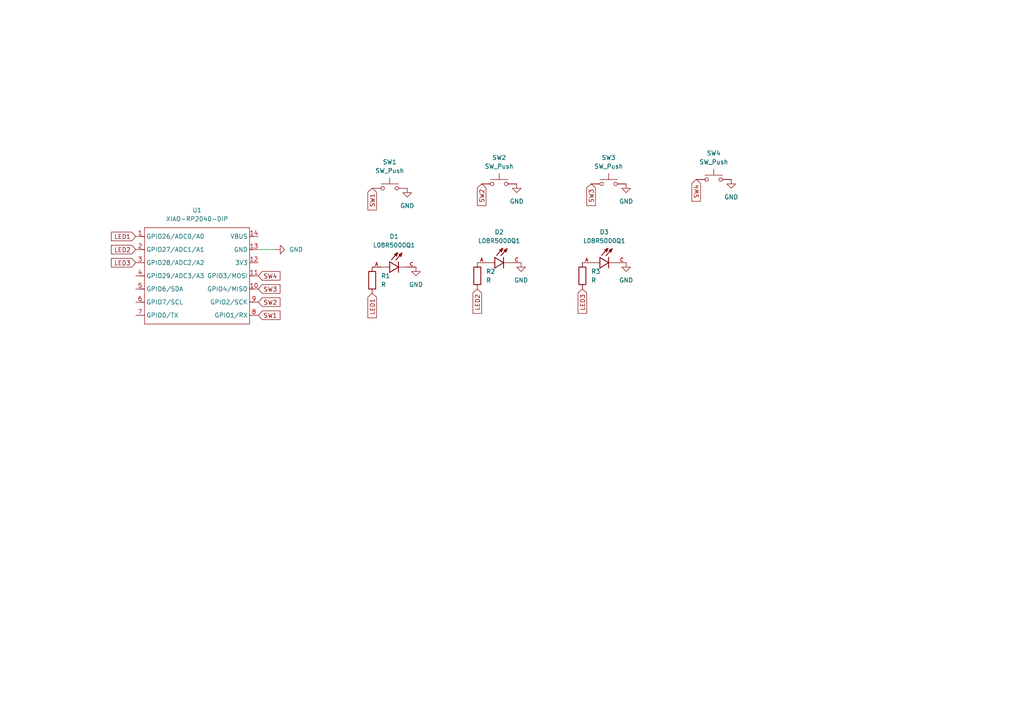
<source format=kicad_sch>
(kicad_sch
	(version 20250114)
	(generator "eeschema")
	(generator_version "9.0")
	(uuid "d36127a4-3edd-4fa1-955e-2e6c55d898d1")
	(paper "A4")
	(lib_symbols
		(symbol "Device:R"
			(pin_numbers
				(hide yes)
			)
			(pin_names
				(offset 0)
			)
			(exclude_from_sim no)
			(in_bom yes)
			(on_board yes)
			(property "Reference" "R"
				(at 2.032 0 90)
				(effects
					(font
						(size 1.27 1.27)
					)
				)
			)
			(property "Value" "R"
				(at 0 0 90)
				(effects
					(font
						(size 1.27 1.27)
					)
				)
			)
			(property "Footprint" ""
				(at -1.778 0 90)
				(effects
					(font
						(size 1.27 1.27)
					)
					(hide yes)
				)
			)
			(property "Datasheet" "~"
				(at 0 0 0)
				(effects
					(font
						(size 1.27 1.27)
					)
					(hide yes)
				)
			)
			(property "Description" "Resistor"
				(at 0 0 0)
				(effects
					(font
						(size 1.27 1.27)
					)
					(hide yes)
				)
			)
			(property "ki_keywords" "R res resistor"
				(at 0 0 0)
				(effects
					(font
						(size 1.27 1.27)
					)
					(hide yes)
				)
			)
			(property "ki_fp_filters" "R_*"
				(at 0 0 0)
				(effects
					(font
						(size 1.27 1.27)
					)
					(hide yes)
				)
			)
			(symbol "R_0_1"
				(rectangle
					(start -1.016 -2.54)
					(end 1.016 2.54)
					(stroke
						(width 0.254)
						(type default)
					)
					(fill
						(type none)
					)
				)
			)
			(symbol "R_1_1"
				(pin passive line
					(at 0 3.81 270)
					(length 1.27)
					(name "~"
						(effects
							(font
								(size 1.27 1.27)
							)
						)
					)
					(number "1"
						(effects
							(font
								(size 1.27 1.27)
							)
						)
					)
				)
				(pin passive line
					(at 0 -3.81 90)
					(length 1.27)
					(name "~"
						(effects
							(font
								(size 1.27 1.27)
							)
						)
					)
					(number "2"
						(effects
							(font
								(size 1.27 1.27)
							)
						)
					)
				)
			)
			(embedded_fonts no)
		)
		(symbol "L08R5000Q1:L08R5000Q1"
			(pin_names
				(offset 1.016)
			)
			(exclude_from_sim no)
			(in_bom yes)
			(on_board yes)
			(property "Reference" "D"
				(at -3.0988 4.4958 0)
				(effects
					(font
						(size 1.27 1.27)
					)
					(justify left bottom)
				)
			)
			(property "Value" "L08R5000Q1"
				(at -3.556 -3.302 0)
				(effects
					(font
						(size 1.27 1.27)
					)
					(justify left bottom)
				)
			)
			(property "Footprint" "L08R5000Q1:LEDRD254W57D500H1070"
				(at 0 0 0)
				(effects
					(font
						(size 1.27 1.27)
					)
					(justify bottom)
					(hide yes)
				)
			)
			(property "Datasheet" ""
				(at 0 0 0)
				(effects
					(font
						(size 1.27 1.27)
					)
					(hide yes)
				)
			)
			(property "Description" ""
				(at 0 0 0)
				(effects
					(font
						(size 1.27 1.27)
					)
					(hide yes)
				)
			)
			(property "MF" "LED Technology"
				(at 0 0 0)
				(effects
					(font
						(size 1.27 1.27)
					)
					(justify bottom)
					(hide yes)
				)
			)
			(property "MAXIMUM_PACKAGE_HEIGHT" "10.7mm"
				(at 0 0 0)
				(effects
					(font
						(size 1.27 1.27)
					)
					(justify bottom)
					(hide yes)
				)
			)
			(property "Package" "None"
				(at 0 0 0)
				(effects
					(font
						(size 1.27 1.27)
					)
					(justify bottom)
					(hide yes)
				)
			)
			(property "Price" "None"
				(at 0 0 0)
				(effects
					(font
						(size 1.27 1.27)
					)
					(justify bottom)
					(hide yes)
				)
			)
			(property "Check_prices" "https://www.snapeda.com/parts/L08R5000Q1/LED+Technology/view-part/?ref=eda"
				(at 0 0 0)
				(effects
					(font
						(size 1.27 1.27)
					)
					(justify bottom)
					(hide yes)
				)
			)
			(property "STANDARD" "IPC-7351B"
				(at 0 0 0)
				(effects
					(font
						(size 1.27 1.27)
					)
					(justify bottom)
					(hide yes)
				)
			)
			(property "PARTREV" "NA"
				(at 0 0 0)
				(effects
					(font
						(size 1.27 1.27)
					)
					(justify bottom)
					(hide yes)
				)
			)
			(property "SnapEDA_Link" "https://www.snapeda.com/parts/L08R5000Q1/LED+Technology/view-part/?ref=snap"
				(at 0 0 0)
				(effects
					(font
						(size 1.27 1.27)
					)
					(justify bottom)
					(hide yes)
				)
			)
			(property "MP" "L08R5000Q1"
				(at 0 0 0)
				(effects
					(font
						(size 1.27 1.27)
					)
					(justify bottom)
					(hide yes)
				)
			)
			(property "Description_1" "LED, 5MM, ORANGE; LED / Lamp Size: 5mm / T-1 3/4; LED Colour: Orange; Typ Luminous Intensity: 4.3mcd; Viewing Angle: ..."
				(at 0 0 0)
				(effects
					(font
						(size 1.27 1.27)
					)
					(justify bottom)
					(hide yes)
				)
			)
			(property "Availability" "Not in stock"
				(at 0 0 0)
				(effects
					(font
						(size 1.27 1.27)
					)
					(justify bottom)
					(hide yes)
				)
			)
			(property "MANUFACTURER" "LED TECHNOLOGY"
				(at 0 0 0)
				(effects
					(font
						(size 1.27 1.27)
					)
					(justify bottom)
					(hide yes)
				)
			)
			(symbol "L08R5000Q1_0_0"
				(polyline
					(pts
						(xy -2.54 1.524) (xy -2.54 0)
					)
					(stroke
						(width 0.254)
						(type default)
					)
					(fill
						(type none)
					)
				)
				(polyline
					(pts
						(xy -2.54 0) (xy -5.08 0)
					)
					(stroke
						(width 0.1524)
						(type default)
					)
					(fill
						(type none)
					)
				)
				(polyline
					(pts
						(xy -2.54 0) (xy -2.54 -1.524)
					)
					(stroke
						(width 0.254)
						(type default)
					)
					(fill
						(type none)
					)
				)
				(polyline
					(pts
						(xy -2.54 -1.524) (xy 0 0)
					)
					(stroke
						(width 0.254)
						(type default)
					)
					(fill
						(type none)
					)
				)
				(polyline
					(pts
						(xy -1.1176 3.683) (xy -0.2286 4.1656)
					)
					(stroke
						(width 0.254)
						(type default)
					)
					(fill
						(type none)
					)
				)
				(polyline
					(pts
						(xy -0.9398 3.6068) (xy -0.7112 3.7592)
					)
					(stroke
						(width 0.254)
						(type default)
					)
					(fill
						(type none)
					)
				)
				(polyline
					(pts
						(xy -0.5588 3.2004) (xy -1.1176 3.683)
					)
					(stroke
						(width 0.254)
						(type default)
					)
					(fill
						(type none)
					)
				)
				(polyline
					(pts
						(xy -0.5588 3.2004) (xy -0.5334 3.937)
					)
					(stroke
						(width 0.254)
						(type default)
					)
					(fill
						(type none)
					)
				)
				(polyline
					(pts
						(xy -0.5334 3.937) (xy -0.6604 3.937)
					)
					(stroke
						(width 0.254)
						(type default)
					)
					(fill
						(type none)
					)
				)
				(polyline
					(pts
						(xy -0.2286 4.1656) (xy -2.0066 2.1336)
					)
					(stroke
						(width 0.254)
						(type default)
					)
					(fill
						(type none)
					)
				)
				(polyline
					(pts
						(xy -0.2286 4.1656) (xy -0.5588 3.2004)
					)
					(stroke
						(width 0.254)
						(type default)
					)
					(fill
						(type none)
					)
				)
				(polyline
					(pts
						(xy 0 1.524) (xy 0 0)
					)
					(stroke
						(width 0.254)
						(type default)
					)
					(fill
						(type none)
					)
				)
				(polyline
					(pts
						(xy 0 0) (xy -2.54 1.524)
					)
					(stroke
						(width 0.254)
						(type default)
					)
					(fill
						(type none)
					)
				)
				(polyline
					(pts
						(xy 0 0) (xy 0 -1.524)
					)
					(stroke
						(width 0.254)
						(type default)
					)
					(fill
						(type none)
					)
				)
				(polyline
					(pts
						(xy 0.127 3.5814) (xy 1.016 4.064)
					)
					(stroke
						(width 0.254)
						(type default)
					)
					(fill
						(type none)
					)
				)
				(polyline
					(pts
						(xy 0.3048 3.5052) (xy 0.5334 3.6576)
					)
					(stroke
						(width 0.254)
						(type default)
					)
					(fill
						(type none)
					)
				)
				(polyline
					(pts
						(xy 0.6858 3.0988) (xy 0.127 3.5814)
					)
					(stroke
						(width 0.254)
						(type default)
					)
					(fill
						(type none)
					)
				)
				(polyline
					(pts
						(xy 0.6858 3.0988) (xy 0.7112 3.8354)
					)
					(stroke
						(width 0.254)
						(type default)
					)
					(fill
						(type none)
					)
				)
				(polyline
					(pts
						(xy 0.7112 3.8354) (xy 0.5842 3.8354)
					)
					(stroke
						(width 0.254)
						(type default)
					)
					(fill
						(type none)
					)
				)
				(polyline
					(pts
						(xy 1.016 4.064) (xy -0.762 2.032)
					)
					(stroke
						(width 0.254)
						(type default)
					)
					(fill
						(type none)
					)
				)
				(polyline
					(pts
						(xy 1.016 4.064) (xy 0.6858 3.0988)
					)
					(stroke
						(width 0.254)
						(type default)
					)
					(fill
						(type none)
					)
				)
				(polyline
					(pts
						(xy 2.54 0) (xy 0 0)
					)
					(stroke
						(width 0.1524)
						(type default)
					)
					(fill
						(type none)
					)
				)
				(pin passive line
					(at -7.62 0 0)
					(length 2.54)
					(name "~"
						(effects
							(font
								(size 1.016 1.016)
							)
						)
					)
					(number "A"
						(effects
							(font
								(size 1.016 1.016)
							)
						)
					)
				)
				(pin passive line
					(at 5.08 0 180)
					(length 2.54)
					(name "~"
						(effects
							(font
								(size 1.016 1.016)
							)
						)
					)
					(number "C"
						(effects
							(font
								(size 1.016 1.016)
							)
						)
					)
				)
			)
			(embedded_fonts no)
		)
		(symbol "Seeed_Studio_XIAO_Series:XIAO-RP2040-DIP"
			(exclude_from_sim no)
			(in_bom yes)
			(on_board yes)
			(property "Reference" "U"
				(at 0 0 0)
				(effects
					(font
						(size 1.27 1.27)
					)
				)
			)
			(property "Value" "XIAO-RP2040-DIP"
				(at 5.334 -1.778 0)
				(effects
					(font
						(size 1.27 1.27)
					)
				)
			)
			(property "Footprint" "Module:MOUDLE14P-XIAO-DIP-SMD"
				(at 14.478 -32.258 0)
				(effects
					(font
						(size 1.27 1.27)
					)
					(hide yes)
				)
			)
			(property "Datasheet" ""
				(at 0 0 0)
				(effects
					(font
						(size 1.27 1.27)
					)
					(hide yes)
				)
			)
			(property "Description" ""
				(at 0 0 0)
				(effects
					(font
						(size 1.27 1.27)
					)
					(hide yes)
				)
			)
			(symbol "XIAO-RP2040-DIP_1_0"
				(polyline
					(pts
						(xy -1.27 -2.54) (xy 29.21 -2.54)
					)
					(stroke
						(width 0.1524)
						(type solid)
					)
					(fill
						(type none)
					)
				)
				(polyline
					(pts
						(xy -1.27 -5.08) (xy -2.54 -5.08)
					)
					(stroke
						(width 0.1524)
						(type solid)
					)
					(fill
						(type none)
					)
				)
				(polyline
					(pts
						(xy -1.27 -5.08) (xy -1.27 -2.54)
					)
					(stroke
						(width 0.1524)
						(type solid)
					)
					(fill
						(type none)
					)
				)
				(polyline
					(pts
						(xy -1.27 -8.89) (xy -2.54 -8.89)
					)
					(stroke
						(width 0.1524)
						(type solid)
					)
					(fill
						(type none)
					)
				)
				(polyline
					(pts
						(xy -1.27 -8.89) (xy -1.27 -5.08)
					)
					(stroke
						(width 0.1524)
						(type solid)
					)
					(fill
						(type none)
					)
				)
				(polyline
					(pts
						(xy -1.27 -12.7) (xy -2.54 -12.7)
					)
					(stroke
						(width 0.1524)
						(type solid)
					)
					(fill
						(type none)
					)
				)
				(polyline
					(pts
						(xy -1.27 -12.7) (xy -1.27 -8.89)
					)
					(stroke
						(width 0.1524)
						(type solid)
					)
					(fill
						(type none)
					)
				)
				(polyline
					(pts
						(xy -1.27 -16.51) (xy -2.54 -16.51)
					)
					(stroke
						(width 0.1524)
						(type solid)
					)
					(fill
						(type none)
					)
				)
				(polyline
					(pts
						(xy -1.27 -16.51) (xy -1.27 -12.7)
					)
					(stroke
						(width 0.1524)
						(type solid)
					)
					(fill
						(type none)
					)
				)
				(polyline
					(pts
						(xy -1.27 -20.32) (xy -2.54 -20.32)
					)
					(stroke
						(width 0.1524)
						(type solid)
					)
					(fill
						(type none)
					)
				)
				(polyline
					(pts
						(xy -1.27 -24.13) (xy -2.54 -24.13)
					)
					(stroke
						(width 0.1524)
						(type solid)
					)
					(fill
						(type none)
					)
				)
				(polyline
					(pts
						(xy -1.27 -27.94) (xy -2.54 -27.94)
					)
					(stroke
						(width 0.1524)
						(type solid)
					)
					(fill
						(type none)
					)
				)
				(polyline
					(pts
						(xy -1.27 -30.48) (xy -1.27 -16.51)
					)
					(stroke
						(width 0.1524)
						(type solid)
					)
					(fill
						(type none)
					)
				)
				(polyline
					(pts
						(xy 29.21 -2.54) (xy 29.21 -5.08)
					)
					(stroke
						(width 0.1524)
						(type solid)
					)
					(fill
						(type none)
					)
				)
				(polyline
					(pts
						(xy 29.21 -5.08) (xy 29.21 -8.89)
					)
					(stroke
						(width 0.1524)
						(type solid)
					)
					(fill
						(type none)
					)
				)
				(polyline
					(pts
						(xy 29.21 -8.89) (xy 29.21 -12.7)
					)
					(stroke
						(width 0.1524)
						(type solid)
					)
					(fill
						(type none)
					)
				)
				(polyline
					(pts
						(xy 29.21 -12.7) (xy 29.21 -30.48)
					)
					(stroke
						(width 0.1524)
						(type solid)
					)
					(fill
						(type none)
					)
				)
				(polyline
					(pts
						(xy 29.21 -30.48) (xy -1.27 -30.48)
					)
					(stroke
						(width 0.1524)
						(type solid)
					)
					(fill
						(type none)
					)
				)
				(polyline
					(pts
						(xy 30.48 -5.08) (xy 29.21 -5.08)
					)
					(stroke
						(width 0.1524)
						(type solid)
					)
					(fill
						(type none)
					)
				)
				(polyline
					(pts
						(xy 30.48 -8.89) (xy 29.21 -8.89)
					)
					(stroke
						(width 0.1524)
						(type solid)
					)
					(fill
						(type none)
					)
				)
				(polyline
					(pts
						(xy 30.48 -12.7) (xy 29.21 -12.7)
					)
					(stroke
						(width 0.1524)
						(type solid)
					)
					(fill
						(type none)
					)
				)
				(polyline
					(pts
						(xy 30.48 -16.51) (xy 29.21 -16.51)
					)
					(stroke
						(width 0.1524)
						(type solid)
					)
					(fill
						(type none)
					)
				)
				(polyline
					(pts
						(xy 30.48 -20.32) (xy 29.21 -20.32)
					)
					(stroke
						(width 0.1524)
						(type solid)
					)
					(fill
						(type none)
					)
				)
				(polyline
					(pts
						(xy 30.48 -24.13) (xy 29.21 -24.13)
					)
					(stroke
						(width 0.1524)
						(type solid)
					)
					(fill
						(type none)
					)
				)
				(polyline
					(pts
						(xy 30.48 -27.94) (xy 29.21 -27.94)
					)
					(stroke
						(width 0.1524)
						(type solid)
					)
					(fill
						(type none)
					)
				)
				(pin passive line
					(at -3.81 -5.08 0)
					(length 2.54)
					(name "GPIO26/ADC0/A0"
						(effects
							(font
								(size 1.27 1.27)
							)
						)
					)
					(number "1"
						(effects
							(font
								(size 1.27 1.27)
							)
						)
					)
				)
				(pin passive line
					(at -3.81 -8.89 0)
					(length 2.54)
					(name "GPIO27/ADC1/A1"
						(effects
							(font
								(size 1.27 1.27)
							)
						)
					)
					(number "2"
						(effects
							(font
								(size 1.27 1.27)
							)
						)
					)
				)
				(pin passive line
					(at -3.81 -12.7 0)
					(length 2.54)
					(name "GPIO28/ADC2/A2"
						(effects
							(font
								(size 1.27 1.27)
							)
						)
					)
					(number "3"
						(effects
							(font
								(size 1.27 1.27)
							)
						)
					)
				)
				(pin passive line
					(at -3.81 -16.51 0)
					(length 2.54)
					(name "GPIO29/ADC3/A3"
						(effects
							(font
								(size 1.27 1.27)
							)
						)
					)
					(number "4"
						(effects
							(font
								(size 1.27 1.27)
							)
						)
					)
				)
				(pin passive line
					(at -3.81 -20.32 0)
					(length 2.54)
					(name "GPIO6/SDA"
						(effects
							(font
								(size 1.27 1.27)
							)
						)
					)
					(number "5"
						(effects
							(font
								(size 1.27 1.27)
							)
						)
					)
				)
				(pin passive line
					(at -3.81 -24.13 0)
					(length 2.54)
					(name "GPIO7/SCL"
						(effects
							(font
								(size 1.27 1.27)
							)
						)
					)
					(number "6"
						(effects
							(font
								(size 1.27 1.27)
							)
						)
					)
				)
				(pin passive line
					(at -3.81 -27.94 0)
					(length 2.54)
					(name "GPIO0/TX"
						(effects
							(font
								(size 1.27 1.27)
							)
						)
					)
					(number "7"
						(effects
							(font
								(size 1.27 1.27)
							)
						)
					)
				)
				(pin passive line
					(at 31.75 -5.08 180)
					(length 2.54)
					(name "VBUS"
						(effects
							(font
								(size 1.27 1.27)
							)
						)
					)
					(number "14"
						(effects
							(font
								(size 1.27 1.27)
							)
						)
					)
				)
				(pin passive line
					(at 31.75 -8.89 180)
					(length 2.54)
					(name "GND"
						(effects
							(font
								(size 1.27 1.27)
							)
						)
					)
					(number "13"
						(effects
							(font
								(size 1.27 1.27)
							)
						)
					)
				)
				(pin passive line
					(at 31.75 -12.7 180)
					(length 2.54)
					(name "3V3"
						(effects
							(font
								(size 1.27 1.27)
							)
						)
					)
					(number "12"
						(effects
							(font
								(size 1.27 1.27)
							)
						)
					)
				)
				(pin passive line
					(at 31.75 -16.51 180)
					(length 2.54)
					(name "GPIO3/MOSI"
						(effects
							(font
								(size 1.27 1.27)
							)
						)
					)
					(number "11"
						(effects
							(font
								(size 1.27 1.27)
							)
						)
					)
				)
				(pin passive line
					(at 31.75 -20.32 180)
					(length 2.54)
					(name "GPIO4/MISO"
						(effects
							(font
								(size 1.27 1.27)
							)
						)
					)
					(number "10"
						(effects
							(font
								(size 1.27 1.27)
							)
						)
					)
				)
				(pin passive line
					(at 31.75 -24.13 180)
					(length 2.54)
					(name "GPIO2/SCK"
						(effects
							(font
								(size 1.27 1.27)
							)
						)
					)
					(number "9"
						(effects
							(font
								(size 1.27 1.27)
							)
						)
					)
				)
				(pin passive line
					(at 31.75 -27.94 180)
					(length 2.54)
					(name "GPIO1/RX"
						(effects
							(font
								(size 1.27 1.27)
							)
						)
					)
					(number "8"
						(effects
							(font
								(size 1.27 1.27)
							)
						)
					)
				)
			)
			(embedded_fonts no)
		)
		(symbol "Switch:SW_Push"
			(pin_numbers
				(hide yes)
			)
			(pin_names
				(offset 1.016)
				(hide yes)
			)
			(exclude_from_sim no)
			(in_bom yes)
			(on_board yes)
			(property "Reference" "SW"
				(at 1.27 2.54 0)
				(effects
					(font
						(size 1.27 1.27)
					)
					(justify left)
				)
			)
			(property "Value" "SW_Push"
				(at 0 -1.524 0)
				(effects
					(font
						(size 1.27 1.27)
					)
				)
			)
			(property "Footprint" ""
				(at 0 5.08 0)
				(effects
					(font
						(size 1.27 1.27)
					)
					(hide yes)
				)
			)
			(property "Datasheet" "~"
				(at 0 5.08 0)
				(effects
					(font
						(size 1.27 1.27)
					)
					(hide yes)
				)
			)
			(property "Description" "Push button switch, generic, two pins"
				(at 0 0 0)
				(effects
					(font
						(size 1.27 1.27)
					)
					(hide yes)
				)
			)
			(property "ki_keywords" "switch normally-open pushbutton push-button"
				(at 0 0 0)
				(effects
					(font
						(size 1.27 1.27)
					)
					(hide yes)
				)
			)
			(symbol "SW_Push_0_1"
				(circle
					(center -2.032 0)
					(radius 0.508)
					(stroke
						(width 0)
						(type default)
					)
					(fill
						(type none)
					)
				)
				(polyline
					(pts
						(xy 0 1.27) (xy 0 3.048)
					)
					(stroke
						(width 0)
						(type default)
					)
					(fill
						(type none)
					)
				)
				(circle
					(center 2.032 0)
					(radius 0.508)
					(stroke
						(width 0)
						(type default)
					)
					(fill
						(type none)
					)
				)
				(polyline
					(pts
						(xy 2.54 1.27) (xy -2.54 1.27)
					)
					(stroke
						(width 0)
						(type default)
					)
					(fill
						(type none)
					)
				)
				(pin passive line
					(at -5.08 0 0)
					(length 2.54)
					(name "1"
						(effects
							(font
								(size 1.27 1.27)
							)
						)
					)
					(number "1"
						(effects
							(font
								(size 1.27 1.27)
							)
						)
					)
				)
				(pin passive line
					(at 5.08 0 180)
					(length 2.54)
					(name "2"
						(effects
							(font
								(size 1.27 1.27)
							)
						)
					)
					(number "2"
						(effects
							(font
								(size 1.27 1.27)
							)
						)
					)
				)
			)
			(embedded_fonts no)
		)
		(symbol "power:GND"
			(power)
			(pin_numbers
				(hide yes)
			)
			(pin_names
				(offset 0)
				(hide yes)
			)
			(exclude_from_sim no)
			(in_bom yes)
			(on_board yes)
			(property "Reference" "#PWR"
				(at 0 -6.35 0)
				(effects
					(font
						(size 1.27 1.27)
					)
					(hide yes)
				)
			)
			(property "Value" "GND"
				(at 0 -3.81 0)
				(effects
					(font
						(size 1.27 1.27)
					)
				)
			)
			(property "Footprint" ""
				(at 0 0 0)
				(effects
					(font
						(size 1.27 1.27)
					)
					(hide yes)
				)
			)
			(property "Datasheet" ""
				(at 0 0 0)
				(effects
					(font
						(size 1.27 1.27)
					)
					(hide yes)
				)
			)
			(property "Description" "Power symbol creates a global label with name \"GND\" , ground"
				(at 0 0 0)
				(effects
					(font
						(size 1.27 1.27)
					)
					(hide yes)
				)
			)
			(property "ki_keywords" "global power"
				(at 0 0 0)
				(effects
					(font
						(size 1.27 1.27)
					)
					(hide yes)
				)
			)
			(symbol "GND_0_1"
				(polyline
					(pts
						(xy 0 0) (xy 0 -1.27) (xy 1.27 -1.27) (xy 0 -2.54) (xy -1.27 -1.27) (xy 0 -1.27)
					)
					(stroke
						(width 0)
						(type default)
					)
					(fill
						(type none)
					)
				)
			)
			(symbol "GND_1_1"
				(pin power_in line
					(at 0 0 270)
					(length 0)
					(name "~"
						(effects
							(font
								(size 1.27 1.27)
							)
						)
					)
					(number "1"
						(effects
							(font
								(size 1.27 1.27)
							)
						)
					)
				)
			)
			(embedded_fonts no)
		)
	)
	(wire
		(pts
			(xy 74.93 72.39) (xy 80.01 72.39)
		)
		(stroke
			(width 0)
			(type default)
		)
		(uuid "95e27734-c3e1-4b06-9a31-85dd50e4f60e")
	)
	(global_label "LED1"
		(shape input)
		(at 107.95 85.09 270)
		(fields_autoplaced yes)
		(effects
			(font
				(size 1.27 1.27)
			)
			(justify right)
		)
		(uuid "1abae6c5-4975-4c04-b0de-6923e9fe6626")
		(property "Intersheetrefs" "${INTERSHEET_REFS}"
			(at 107.95 92.7318 90)
			(effects
				(font
					(size 1.27 1.27)
				)
				(justify right)
				(hide yes)
			)
		)
	)
	(global_label "LED3"
		(shape input)
		(at 168.91 83.82 270)
		(fields_autoplaced yes)
		(effects
			(font
				(size 1.27 1.27)
			)
			(justify right)
		)
		(uuid "3441dd53-c1b9-4917-b889-244981e93c0a")
		(property "Intersheetrefs" "${INTERSHEET_REFS}"
			(at 168.91 91.4618 90)
			(effects
				(font
					(size 1.27 1.27)
				)
				(justify right)
				(hide yes)
			)
		)
	)
	(global_label "SW2"
		(shape input)
		(at 139.7 53.34 270)
		(fields_autoplaced yes)
		(effects
			(font
				(size 1.27 1.27)
			)
			(justify right)
		)
		(uuid "35e91c00-2132-4d61-b77e-6cc51b3480e2")
		(property "Intersheetrefs" "${INTERSHEET_REFS}"
			(at 139.7 60.1956 90)
			(effects
				(font
					(size 1.27 1.27)
				)
				(justify right)
				(hide yes)
			)
		)
	)
	(global_label "SW4"
		(shape input)
		(at 201.93 52.07 270)
		(fields_autoplaced yes)
		(effects
			(font
				(size 1.27 1.27)
			)
			(justify right)
		)
		(uuid "45748f57-4ea8-499c-9e3f-b8383f0cda37")
		(property "Intersheetrefs" "${INTERSHEET_REFS}"
			(at 201.93 58.9256 90)
			(effects
				(font
					(size 1.27 1.27)
				)
				(justify right)
				(hide yes)
			)
		)
	)
	(global_label "LED2"
		(shape input)
		(at 138.43 83.82 270)
		(fields_autoplaced yes)
		(effects
			(font
				(size 1.27 1.27)
			)
			(justify right)
		)
		(uuid "4c2b0262-844d-4114-85c1-9a846ee90933")
		(property "Intersheetrefs" "${INTERSHEET_REFS}"
			(at 138.43 91.4618 90)
			(effects
				(font
					(size 1.27 1.27)
				)
				(justify right)
				(hide yes)
			)
		)
	)
	(global_label "LED1"
		(shape input)
		(at 39.37 68.58 180)
		(fields_autoplaced yes)
		(effects
			(font
				(size 1.27 1.27)
			)
			(justify right)
		)
		(uuid "518bc676-088d-4026-beb0-a0459da531df")
		(property "Intersheetrefs" "${INTERSHEET_REFS}"
			(at 31.7282 68.58 0)
			(effects
				(font
					(size 1.27 1.27)
				)
				(justify right)
				(hide yes)
			)
		)
	)
	(global_label "LED2"
		(shape input)
		(at 39.37 72.39 180)
		(fields_autoplaced yes)
		(effects
			(font
				(size 1.27 1.27)
			)
			(justify right)
		)
		(uuid "6a43bcd1-df37-489e-987f-56493711b3c3")
		(property "Intersheetrefs" "${INTERSHEET_REFS}"
			(at 31.7282 72.39 0)
			(effects
				(font
					(size 1.27 1.27)
				)
				(justify right)
				(hide yes)
			)
		)
	)
	(global_label "SW3"
		(shape input)
		(at 171.45 53.34 270)
		(fields_autoplaced yes)
		(effects
			(font
				(size 1.27 1.27)
			)
			(justify right)
		)
		(uuid "6f65a2ec-f44a-47f4-8f80-b134a93072e5")
		(property "Intersheetrefs" "${INTERSHEET_REFS}"
			(at 171.45 60.1956 90)
			(effects
				(font
					(size 1.27 1.27)
				)
				(justify right)
				(hide yes)
			)
		)
	)
	(global_label "SW4"
		(shape input)
		(at 74.93 80.01 0)
		(fields_autoplaced yes)
		(effects
			(font
				(size 1.27 1.27)
			)
			(justify left)
		)
		(uuid "706d7a18-3a42-4fa2-9d0b-88c84238df49")
		(property "Intersheetrefs" "${INTERSHEET_REFS}"
			(at 81.7856 80.01 0)
			(effects
				(font
					(size 1.27 1.27)
				)
				(justify left)
				(hide yes)
			)
		)
	)
	(global_label "SW1"
		(shape input)
		(at 107.95 54.61 270)
		(fields_autoplaced yes)
		(effects
			(font
				(size 1.27 1.27)
			)
			(justify right)
		)
		(uuid "7f6670b3-0701-4ba0-892b-42fd44100cb9")
		(property "Intersheetrefs" "${INTERSHEET_REFS}"
			(at 107.95 61.4656 90)
			(effects
				(font
					(size 1.27 1.27)
				)
				(justify right)
				(hide yes)
			)
		)
	)
	(global_label "LED3"
		(shape input)
		(at 39.37 76.2 180)
		(fields_autoplaced yes)
		(effects
			(font
				(size 1.27 1.27)
			)
			(justify right)
		)
		(uuid "9006fc7b-8ba2-4f47-807d-ed3f134253ac")
		(property "Intersheetrefs" "${INTERSHEET_REFS}"
			(at 31.7282 76.2 0)
			(effects
				(font
					(size 1.27 1.27)
				)
				(justify right)
				(hide yes)
			)
		)
	)
	(global_label "SW3"
		(shape input)
		(at 74.93 83.82 0)
		(fields_autoplaced yes)
		(effects
			(font
				(size 1.27 1.27)
			)
			(justify left)
		)
		(uuid "ac169c4a-0df4-464e-96a4-c9515506ba8d")
		(property "Intersheetrefs" "${INTERSHEET_REFS}"
			(at 81.7856 83.82 0)
			(effects
				(font
					(size 1.27 1.27)
				)
				(justify left)
				(hide yes)
			)
		)
	)
	(global_label "SW2"
		(shape input)
		(at 74.93 87.63 0)
		(fields_autoplaced yes)
		(effects
			(font
				(size 1.27 1.27)
			)
			(justify left)
		)
		(uuid "c19c547b-5f59-485f-9938-7f5109baa7c5")
		(property "Intersheetrefs" "${INTERSHEET_REFS}"
			(at 81.7856 87.63 0)
			(effects
				(font
					(size 1.27 1.27)
				)
				(justify left)
				(hide yes)
			)
		)
	)
	(global_label "SW1"
		(shape input)
		(at 74.93 91.44 0)
		(fields_autoplaced yes)
		(effects
			(font
				(size 1.27 1.27)
			)
			(justify left)
		)
		(uuid "e95a9c34-a34b-437a-a01c-f2dce7985127")
		(property "Intersheetrefs" "${INTERSHEET_REFS}"
			(at 81.7856 91.44 0)
			(effects
				(font
					(size 1.27 1.27)
				)
				(justify left)
				(hide yes)
			)
		)
	)
	(symbol
		(lib_id "power:GND")
		(at 80.01 72.39 90)
		(unit 1)
		(exclude_from_sim no)
		(in_bom yes)
		(on_board yes)
		(dnp no)
		(fields_autoplaced yes)
		(uuid "0a15adfc-66b6-4498-9c02-52235421d45a")
		(property "Reference" "#PWR09"
			(at 86.36 72.39 0)
			(effects
				(font
					(size 1.27 1.27)
				)
				(hide yes)
			)
		)
		(property "Value" "GND"
			(at 83.82 72.3899 90)
			(effects
				(font
					(size 1.27 1.27)
				)
				(justify right)
			)
		)
		(property "Footprint" ""
			(at 80.01 72.39 0)
			(effects
				(font
					(size 1.27 1.27)
				)
				(hide yes)
			)
		)
		(property "Datasheet" ""
			(at 80.01 72.39 0)
			(effects
				(font
					(size 1.27 1.27)
				)
				(hide yes)
			)
		)
		(property "Description" "Power symbol creates a global label with name \"GND\" , ground"
			(at 80.01 72.39 0)
			(effects
				(font
					(size 1.27 1.27)
				)
				(hide yes)
			)
		)
		(pin "1"
			(uuid "6ca8ee10-7e41-4291-bc69-2cfcf727fd1c")
		)
		(instances
			(project ""
				(path "/d36127a4-3edd-4fa1-955e-2e6c55d898d1"
					(reference "#PWR09")
					(unit 1)
				)
			)
		)
	)
	(symbol
		(lib_id "power:GND")
		(at 120.65 77.47 0)
		(unit 1)
		(exclude_from_sim no)
		(in_bom yes)
		(on_board yes)
		(dnp no)
		(fields_autoplaced yes)
		(uuid "33dfa8ee-3beb-4509-a221-5384b48c3486")
		(property "Reference" "#PWR01"
			(at 120.65 83.82 0)
			(effects
				(font
					(size 1.27 1.27)
				)
				(hide yes)
			)
		)
		(property "Value" "GND"
			(at 120.65 82.55 0)
			(effects
				(font
					(size 1.27 1.27)
				)
			)
		)
		(property "Footprint" ""
			(at 120.65 77.47 0)
			(effects
				(font
					(size 1.27 1.27)
				)
				(hide yes)
			)
		)
		(property "Datasheet" ""
			(at 120.65 77.47 0)
			(effects
				(font
					(size 1.27 1.27)
				)
				(hide yes)
			)
		)
		(property "Description" "Power symbol creates a global label with name \"GND\" , ground"
			(at 120.65 77.47 0)
			(effects
				(font
					(size 1.27 1.27)
				)
				(hide yes)
			)
		)
		(pin "1"
			(uuid "b0b8b5b9-5674-42c8-b494-3519f2538565")
		)
		(instances
			(project ""
				(path "/d36127a4-3edd-4fa1-955e-2e6c55d898d1"
					(reference "#PWR01")
					(unit 1)
				)
			)
		)
	)
	(symbol
		(lib_id "L08R5000Q1:L08R5000Q1")
		(at 115.57 77.47 0)
		(unit 1)
		(exclude_from_sim no)
		(in_bom yes)
		(on_board yes)
		(dnp no)
		(fields_autoplaced yes)
		(uuid "391c1041-fdf1-4085-861f-3910072e2cb0")
		(property "Reference" "D1"
			(at 114.3 68.58 0)
			(effects
				(font
					(size 1.27 1.27)
				)
			)
		)
		(property "Value" "L08R5000Q1"
			(at 114.3 71.12 0)
			(effects
				(font
					(size 1.27 1.27)
				)
			)
		)
		(property "Footprint" "footprints:LEDRD254W57D500H1070"
			(at 115.57 77.47 0)
			(effects
				(font
					(size 1.27 1.27)
				)
				(justify bottom)
				(hide yes)
			)
		)
		(property "Datasheet" ""
			(at 115.57 77.47 0)
			(effects
				(font
					(size 1.27 1.27)
				)
				(hide yes)
			)
		)
		(property "Description" ""
			(at 115.57 77.47 0)
			(effects
				(font
					(size 1.27 1.27)
				)
				(hide yes)
			)
		)
		(property "MF" "LED Technology"
			(at 115.57 77.47 0)
			(effects
				(font
					(size 1.27 1.27)
				)
				(justify bottom)
				(hide yes)
			)
		)
		(property "MAXIMUM_PACKAGE_HEIGHT" "10.7mm"
			(at 115.57 77.47 0)
			(effects
				(font
					(size 1.27 1.27)
				)
				(justify bottom)
				(hide yes)
			)
		)
		(property "Package" "None"
			(at 115.57 77.47 0)
			(effects
				(font
					(size 1.27 1.27)
				)
				(justify bottom)
				(hide yes)
			)
		)
		(property "Price" "None"
			(at 115.57 77.47 0)
			(effects
				(font
					(size 1.27 1.27)
				)
				(justify bottom)
				(hide yes)
			)
		)
		(property "Check_prices" "https://www.snapeda.com/parts/L08R5000Q1/LED+Technology/view-part/?ref=eda"
			(at 115.57 77.47 0)
			(effects
				(font
					(size 1.27 1.27)
				)
				(justify bottom)
				(hide yes)
			)
		)
		(property "STANDARD" "IPC-7351B"
			(at 115.57 77.47 0)
			(effects
				(font
					(size 1.27 1.27)
				)
				(justify bottom)
				(hide yes)
			)
		)
		(property "PARTREV" "NA"
			(at 115.57 77.47 0)
			(effects
				(font
					(size 1.27 1.27)
				)
				(justify bottom)
				(hide yes)
			)
		)
		(property "SnapEDA_Link" "https://www.snapeda.com/parts/L08R5000Q1/LED+Technology/view-part/?ref=snap"
			(at 115.57 77.47 0)
			(effects
				(font
					(size 1.27 1.27)
				)
				(justify bottom)
				(hide yes)
			)
		)
		(property "MP" "L08R5000Q1"
			(at 115.57 77.47 0)
			(effects
				(font
					(size 1.27 1.27)
				)
				(justify bottom)
				(hide yes)
			)
		)
		(property "Description_1" "LED, 5MM, ORANGE; LED / Lamp Size: 5mm / T-1 3/4; LED Colour: Orange; Typ Luminous Intensity: 4.3mcd; Viewing Angle: ..."
			(at 115.57 77.47 0)
			(effects
				(font
					(size 1.27 1.27)
				)
				(justify bottom)
				(hide yes)
			)
		)
		(property "Availability" "Not in stock"
			(at 115.57 77.47 0)
			(effects
				(font
					(size 1.27 1.27)
				)
				(justify bottom)
				(hide yes)
			)
		)
		(property "MANUFACTURER" "LED TECHNOLOGY"
			(at 115.57 77.47 0)
			(effects
				(font
					(size 1.27 1.27)
				)
				(justify bottom)
				(hide yes)
			)
		)
		(pin "A"
			(uuid "06938e1f-f54f-4962-9aa5-9b2068e585d8")
		)
		(pin "C"
			(uuid "0b09a8e7-3449-4022-b551-eec96d21b477")
		)
		(instances
			(project ""
				(path "/d36127a4-3edd-4fa1-955e-2e6c55d898d1"
					(reference "D1")
					(unit 1)
				)
			)
		)
	)
	(symbol
		(lib_id "Device:R")
		(at 138.43 80.01 0)
		(unit 1)
		(exclude_from_sim no)
		(in_bom yes)
		(on_board yes)
		(dnp no)
		(fields_autoplaced yes)
		(uuid "5200d0b5-41eb-457d-82bc-f9c37a46a2af")
		(property "Reference" "R2"
			(at 140.97 78.7399 0)
			(effects
				(font
					(size 1.27 1.27)
				)
				(justify left)
			)
		)
		(property "Value" "R"
			(at 140.97 81.2799 0)
			(effects
				(font
					(size 1.27 1.27)
				)
				(justify left)
			)
		)
		(property "Footprint" "Resistor_THT:R_Axial_DIN0204_L3.6mm_D1.6mm_P5.08mm_Horizontal"
			(at 136.652 80.01 90)
			(effects
				(font
					(size 1.27 1.27)
				)
				(hide yes)
			)
		)
		(property "Datasheet" "~"
			(at 138.43 80.01 0)
			(effects
				(font
					(size 1.27 1.27)
				)
				(hide yes)
			)
		)
		(property "Description" "Resistor"
			(at 138.43 80.01 0)
			(effects
				(font
					(size 1.27 1.27)
				)
				(hide yes)
			)
		)
		(pin "1"
			(uuid "11b8b708-baa7-401c-ad00-f2b13b68e6e8")
		)
		(pin "2"
			(uuid "19b4c4a9-0b1b-42fc-a0d2-681233aa58bf")
		)
		(instances
			(project ""
				(path "/d36127a4-3edd-4fa1-955e-2e6c55d898d1"
					(reference "R2")
					(unit 1)
				)
			)
		)
	)
	(symbol
		(lib_id "Device:R")
		(at 107.95 81.28 0)
		(unit 1)
		(exclude_from_sim no)
		(in_bom yes)
		(on_board yes)
		(dnp no)
		(fields_autoplaced yes)
		(uuid "5e45a089-0637-47a9-9820-6c4ce722ae2a")
		(property "Reference" "R1"
			(at 110.49 80.0099 0)
			(effects
				(font
					(size 1.27 1.27)
				)
				(justify left)
			)
		)
		(property "Value" "R"
			(at 110.49 82.5499 0)
			(effects
				(font
					(size 1.27 1.27)
				)
				(justify left)
			)
		)
		(property "Footprint" "Resistor_THT:R_Axial_DIN0204_L3.6mm_D1.6mm_P5.08mm_Horizontal"
			(at 106.172 81.28 90)
			(effects
				(font
					(size 1.27 1.27)
				)
				(hide yes)
			)
		)
		(property "Datasheet" "~"
			(at 107.95 81.28 0)
			(effects
				(font
					(size 1.27 1.27)
				)
				(hide yes)
			)
		)
		(property "Description" "Resistor"
			(at 107.95 81.28 0)
			(effects
				(font
					(size 1.27 1.27)
				)
				(hide yes)
			)
		)
		(pin "1"
			(uuid "62441c5e-1f08-4e70-a387-6e0894357f1b")
		)
		(pin "2"
			(uuid "6616d49a-34fb-4011-a529-0d192754969c")
		)
		(instances
			(project ""
				(path "/d36127a4-3edd-4fa1-955e-2e6c55d898d1"
					(reference "R1")
					(unit 1)
				)
			)
		)
	)
	(symbol
		(lib_id "Switch:SW_Push")
		(at 113.03 54.61 0)
		(unit 1)
		(exclude_from_sim no)
		(in_bom yes)
		(on_board yes)
		(dnp no)
		(fields_autoplaced yes)
		(uuid "618c3ac2-0ba1-4a3a-b10c-3ac5961af17e")
		(property "Reference" "SW1"
			(at 113.03 46.99 0)
			(effects
				(font
					(size 1.27 1.27)
				)
			)
		)
		(property "Value" "SW_Push"
			(at 113.03 49.53 0)
			(effects
				(font
					(size 1.27 1.27)
				)
			)
		)
		(property "Footprint" "Button_Switch_Keyboard:SW_Cherry_MX_1.00u_PCB"
			(at 113.03 49.53 0)
			(effects
				(font
					(size 1.27 1.27)
				)
				(hide yes)
			)
		)
		(property "Datasheet" "~"
			(at 113.03 49.53 0)
			(effects
				(font
					(size 1.27 1.27)
				)
				(hide yes)
			)
		)
		(property "Description" "Push button switch, generic, two pins"
			(at 113.03 54.61 0)
			(effects
				(font
					(size 1.27 1.27)
				)
				(hide yes)
			)
		)
		(pin "2"
			(uuid "66817c10-8143-44f3-9f76-68821a389f82")
		)
		(pin "1"
			(uuid "4cd3049c-5b63-435b-94bc-d68a65104b65")
		)
		(instances
			(project ""
				(path "/d36127a4-3edd-4fa1-955e-2e6c55d898d1"
					(reference "SW1")
					(unit 1)
				)
			)
		)
	)
	(symbol
		(lib_id "power:GND")
		(at 181.61 76.2 0)
		(unit 1)
		(exclude_from_sim no)
		(in_bom yes)
		(on_board yes)
		(dnp no)
		(fields_autoplaced yes)
		(uuid "6cca7eb0-f00f-4b94-8646-ad8c7dc12465")
		(property "Reference" "#PWR03"
			(at 181.61 82.55 0)
			(effects
				(font
					(size 1.27 1.27)
				)
				(hide yes)
			)
		)
		(property "Value" "GND"
			(at 181.61 81.28 0)
			(effects
				(font
					(size 1.27 1.27)
				)
			)
		)
		(property "Footprint" ""
			(at 181.61 76.2 0)
			(effects
				(font
					(size 1.27 1.27)
				)
				(hide yes)
			)
		)
		(property "Datasheet" ""
			(at 181.61 76.2 0)
			(effects
				(font
					(size 1.27 1.27)
				)
				(hide yes)
			)
		)
		(property "Description" "Power symbol creates a global label with name \"GND\" , ground"
			(at 181.61 76.2 0)
			(effects
				(font
					(size 1.27 1.27)
				)
				(hide yes)
			)
		)
		(pin "1"
			(uuid "631ce995-c50c-4bf1-94f1-973db4bf9c16")
		)
		(instances
			(project "pathfinder"
				(path "/d36127a4-3edd-4fa1-955e-2e6c55d898d1"
					(reference "#PWR03")
					(unit 1)
				)
			)
		)
	)
	(symbol
		(lib_id "power:GND")
		(at 151.13 76.2 0)
		(unit 1)
		(exclude_from_sim no)
		(in_bom yes)
		(on_board yes)
		(dnp no)
		(fields_autoplaced yes)
		(uuid "7f3c3df7-1e7e-4a98-9824-1e8753470afb")
		(property "Reference" "#PWR02"
			(at 151.13 82.55 0)
			(effects
				(font
					(size 1.27 1.27)
				)
				(hide yes)
			)
		)
		(property "Value" "GND"
			(at 151.13 81.28 0)
			(effects
				(font
					(size 1.27 1.27)
				)
			)
		)
		(property "Footprint" ""
			(at 151.13 76.2 0)
			(effects
				(font
					(size 1.27 1.27)
				)
				(hide yes)
			)
		)
		(property "Datasheet" ""
			(at 151.13 76.2 0)
			(effects
				(font
					(size 1.27 1.27)
				)
				(hide yes)
			)
		)
		(property "Description" "Power symbol creates a global label with name \"GND\" , ground"
			(at 151.13 76.2 0)
			(effects
				(font
					(size 1.27 1.27)
				)
				(hide yes)
			)
		)
		(pin "1"
			(uuid "742dc349-6522-4b1c-ae09-6a259db27304")
		)
		(instances
			(project ""
				(path "/d36127a4-3edd-4fa1-955e-2e6c55d898d1"
					(reference "#PWR02")
					(unit 1)
				)
			)
		)
	)
	(symbol
		(lib_id "power:GND")
		(at 118.11 54.61 0)
		(unit 1)
		(exclude_from_sim no)
		(in_bom yes)
		(on_board yes)
		(dnp no)
		(fields_autoplaced yes)
		(uuid "8426c497-a595-4e18-9636-3700058cc490")
		(property "Reference" "#PWR07"
			(at 118.11 60.96 0)
			(effects
				(font
					(size 1.27 1.27)
				)
				(hide yes)
			)
		)
		(property "Value" "GND"
			(at 118.11 59.69 0)
			(effects
				(font
					(size 1.27 1.27)
				)
			)
		)
		(property "Footprint" ""
			(at 118.11 54.61 0)
			(effects
				(font
					(size 1.27 1.27)
				)
				(hide yes)
			)
		)
		(property "Datasheet" ""
			(at 118.11 54.61 0)
			(effects
				(font
					(size 1.27 1.27)
				)
				(hide yes)
			)
		)
		(property "Description" "Power symbol creates a global label with name \"GND\" , ground"
			(at 118.11 54.61 0)
			(effects
				(font
					(size 1.27 1.27)
				)
				(hide yes)
			)
		)
		(pin "1"
			(uuid "b0476de2-b020-41e2-b15d-a616b762baef")
		)
		(instances
			(project ""
				(path "/d36127a4-3edd-4fa1-955e-2e6c55d898d1"
					(reference "#PWR07")
					(unit 1)
				)
			)
		)
	)
	(symbol
		(lib_id "Seeed_Studio_XIAO_Series:XIAO-RP2040-DIP")
		(at 43.18 63.5 0)
		(unit 1)
		(exclude_from_sim no)
		(in_bom yes)
		(on_board yes)
		(dnp no)
		(fields_autoplaced yes)
		(uuid "8945dfd1-05a1-4e9a-b053-74155f2f5241")
		(property "Reference" "U1"
			(at 57.15 60.96 0)
			(effects
				(font
					(size 1.27 1.27)
				)
			)
		)
		(property "Value" "XIAO-RP2040-DIP"
			(at 57.15 63.5 0)
			(effects
				(font
					(size 1.27 1.27)
				)
			)
		)
		(property "Footprint" "footprints:XIAO-RP2040-DIP"
			(at 57.658 95.758 0)
			(effects
				(font
					(size 1.27 1.27)
				)
				(hide yes)
			)
		)
		(property "Datasheet" ""
			(at 43.18 63.5 0)
			(effects
				(font
					(size 1.27 1.27)
				)
				(hide yes)
			)
		)
		(property "Description" ""
			(at 43.18 63.5 0)
			(effects
				(font
					(size 1.27 1.27)
				)
				(hide yes)
			)
		)
		(pin "5"
			(uuid "0e89b279-28e1-4776-8e49-ee966aefb78e")
		)
		(pin "11"
			(uuid "8b20a259-6c89-4910-a648-d8497a84f4be")
		)
		(pin "10"
			(uuid "992a705b-a931-4d50-ac15-2b90623f66d3")
		)
		(pin "3"
			(uuid "46de0177-6044-4acc-8835-c8c5f1c9b060")
		)
		(pin "2"
			(uuid "7fc8b3bd-abba-425e-a871-6f266dd1313f")
		)
		(pin "6"
			(uuid "845db359-715f-42a9-b60c-b22e3920e0dd")
		)
		(pin "1"
			(uuid "84dca303-bc76-4008-a92c-3e3101101ebc")
		)
		(pin "4"
			(uuid "58eaa1cb-cd55-4f8f-8b6a-6bd1343e3b4e")
		)
		(pin "14"
			(uuid "29668b79-1d07-4871-859e-04cb0662a9c4")
		)
		(pin "9"
			(uuid "b429b06c-7059-4d58-9b55-6cedb2ccbcf3")
		)
		(pin "8"
			(uuid "0a4c7844-59b2-49db-9798-ed3adcd06a33")
		)
		(pin "7"
			(uuid "d13b9713-64a8-42d3-94d8-8207d5b757ba")
		)
		(pin "13"
			(uuid "fe9c8833-bfa6-44d9-8333-9493761e6a1b")
		)
		(pin "12"
			(uuid "512a8ec4-b7b2-4def-8913-2090264e34ec")
		)
		(instances
			(project ""
				(path "/d36127a4-3edd-4fa1-955e-2e6c55d898d1"
					(reference "U1")
					(unit 1)
				)
			)
		)
	)
	(symbol
		(lib_id "power:GND")
		(at 149.86 53.34 0)
		(unit 1)
		(exclude_from_sim no)
		(in_bom yes)
		(on_board yes)
		(dnp no)
		(fields_autoplaced yes)
		(uuid "8ed8826f-2d40-4a88-8f01-8bcef0fe7c60")
		(property "Reference" "#PWR06"
			(at 149.86 59.69 0)
			(effects
				(font
					(size 1.27 1.27)
				)
				(hide yes)
			)
		)
		(property "Value" "GND"
			(at 149.86 58.42 0)
			(effects
				(font
					(size 1.27 1.27)
				)
			)
		)
		(property "Footprint" ""
			(at 149.86 53.34 0)
			(effects
				(font
					(size 1.27 1.27)
				)
				(hide yes)
			)
		)
		(property "Datasheet" ""
			(at 149.86 53.34 0)
			(effects
				(font
					(size 1.27 1.27)
				)
				(hide yes)
			)
		)
		(property "Description" "Power symbol creates a global label with name \"GND\" , ground"
			(at 149.86 53.34 0)
			(effects
				(font
					(size 1.27 1.27)
				)
				(hide yes)
			)
		)
		(pin "1"
			(uuid "d479c1df-9d2b-4c24-b825-71c7516b079d")
		)
		(instances
			(project ""
				(path "/d36127a4-3edd-4fa1-955e-2e6c55d898d1"
					(reference "#PWR06")
					(unit 1)
				)
			)
		)
	)
	(symbol
		(lib_id "power:GND")
		(at 181.61 53.34 0)
		(unit 1)
		(exclude_from_sim no)
		(in_bom yes)
		(on_board yes)
		(dnp no)
		(fields_autoplaced yes)
		(uuid "a69f2ea1-e4b3-4dc7-9787-261ec63e994b")
		(property "Reference" "#PWR05"
			(at 181.61 59.69 0)
			(effects
				(font
					(size 1.27 1.27)
				)
				(hide yes)
			)
		)
		(property "Value" "GND"
			(at 181.61 58.42 0)
			(effects
				(font
					(size 1.27 1.27)
				)
			)
		)
		(property "Footprint" ""
			(at 181.61 53.34 0)
			(effects
				(font
					(size 1.27 1.27)
				)
				(hide yes)
			)
		)
		(property "Datasheet" ""
			(at 181.61 53.34 0)
			(effects
				(font
					(size 1.27 1.27)
				)
				(hide yes)
			)
		)
		(property "Description" "Power symbol creates a global label with name \"GND\" , ground"
			(at 181.61 53.34 0)
			(effects
				(font
					(size 1.27 1.27)
				)
				(hide yes)
			)
		)
		(pin "1"
			(uuid "4b5f0c28-667b-4e0e-a167-aabd13da4820")
		)
		(instances
			(project ""
				(path "/d36127a4-3edd-4fa1-955e-2e6c55d898d1"
					(reference "#PWR05")
					(unit 1)
				)
			)
		)
	)
	(symbol
		(lib_id "Device:R")
		(at 168.91 80.01 0)
		(unit 1)
		(exclude_from_sim no)
		(in_bom yes)
		(on_board yes)
		(dnp no)
		(fields_autoplaced yes)
		(uuid "b18a8424-649d-440e-8767-9c9c0b550506")
		(property "Reference" "R3"
			(at 171.45 78.7399 0)
			(effects
				(font
					(size 1.27 1.27)
				)
				(justify left)
			)
		)
		(property "Value" "R"
			(at 171.45 81.2799 0)
			(effects
				(font
					(size 1.27 1.27)
				)
				(justify left)
			)
		)
		(property "Footprint" "Resistor_THT:R_Axial_DIN0204_L3.6mm_D1.6mm_P5.08mm_Horizontal"
			(at 167.132 80.01 90)
			(effects
				(font
					(size 1.27 1.27)
				)
				(hide yes)
			)
		)
		(property "Datasheet" "~"
			(at 168.91 80.01 0)
			(effects
				(font
					(size 1.27 1.27)
				)
				(hide yes)
			)
		)
		(property "Description" "Resistor"
			(at 168.91 80.01 0)
			(effects
				(font
					(size 1.27 1.27)
				)
				(hide yes)
			)
		)
		(pin "1"
			(uuid "631acec1-4eb3-4156-b5e2-406dc5617079")
		)
		(pin "2"
			(uuid "16c0de26-687b-4237-a27b-2ef309c0bb2b")
		)
		(instances
			(project "pathfinder"
				(path "/d36127a4-3edd-4fa1-955e-2e6c55d898d1"
					(reference "R3")
					(unit 1)
				)
			)
		)
	)
	(symbol
		(lib_id "Switch:SW_Push")
		(at 207.01 52.07 0)
		(unit 1)
		(exclude_from_sim no)
		(in_bom yes)
		(on_board yes)
		(dnp no)
		(fields_autoplaced yes)
		(uuid "c24813f9-ca9b-46e7-a133-26c8b601d2df")
		(property "Reference" "SW4"
			(at 207.01 44.45 0)
			(effects
				(font
					(size 1.27 1.27)
				)
			)
		)
		(property "Value" "SW_Push"
			(at 207.01 46.99 0)
			(effects
				(font
					(size 1.27 1.27)
				)
			)
		)
		(property "Footprint" "Button_Switch_Keyboard:SW_Cherry_MX_1.00u_PCB"
			(at 207.01 46.99 0)
			(effects
				(font
					(size 1.27 1.27)
				)
				(hide yes)
			)
		)
		(property "Datasheet" "~"
			(at 207.01 46.99 0)
			(effects
				(font
					(size 1.27 1.27)
				)
				(hide yes)
			)
		)
		(property "Description" "Push button switch, generic, two pins"
			(at 207.01 52.07 0)
			(effects
				(font
					(size 1.27 1.27)
				)
				(hide yes)
			)
		)
		(pin "1"
			(uuid "e018e754-4b83-4d12-96b3-719e17367da6")
		)
		(pin "2"
			(uuid "0c28f92c-4ff9-4f29-9e7c-e9496ea97c04")
		)
		(instances
			(project ""
				(path "/d36127a4-3edd-4fa1-955e-2e6c55d898d1"
					(reference "SW4")
					(unit 1)
				)
			)
		)
	)
	(symbol
		(lib_id "power:GND")
		(at 212.09 52.07 0)
		(unit 1)
		(exclude_from_sim no)
		(in_bom yes)
		(on_board yes)
		(dnp no)
		(fields_autoplaced yes)
		(uuid "cbf05e4c-f820-4d0d-9423-6cb6961c688c")
		(property "Reference" "#PWR04"
			(at 212.09 58.42 0)
			(effects
				(font
					(size 1.27 1.27)
				)
				(hide yes)
			)
		)
		(property "Value" "GND"
			(at 212.09 57.15 0)
			(effects
				(font
					(size 1.27 1.27)
				)
			)
		)
		(property "Footprint" ""
			(at 212.09 52.07 0)
			(effects
				(font
					(size 1.27 1.27)
				)
				(hide yes)
			)
		)
		(property "Datasheet" ""
			(at 212.09 52.07 0)
			(effects
				(font
					(size 1.27 1.27)
				)
				(hide yes)
			)
		)
		(property "Description" "Power symbol creates a global label with name \"GND\" , ground"
			(at 212.09 52.07 0)
			(effects
				(font
					(size 1.27 1.27)
				)
				(hide yes)
			)
		)
		(pin "1"
			(uuid "b4724c76-fbf3-4fd1-95b0-65a2b3f816ca")
		)
		(instances
			(project ""
				(path "/d36127a4-3edd-4fa1-955e-2e6c55d898d1"
					(reference "#PWR04")
					(unit 1)
				)
			)
		)
	)
	(symbol
		(lib_id "Switch:SW_Push")
		(at 144.78 53.34 0)
		(unit 1)
		(exclude_from_sim no)
		(in_bom yes)
		(on_board yes)
		(dnp no)
		(fields_autoplaced yes)
		(uuid "ce34c67a-0f0e-456d-8a97-5f0e8faec8a2")
		(property "Reference" "SW2"
			(at 144.78 45.72 0)
			(effects
				(font
					(size 1.27 1.27)
				)
			)
		)
		(property "Value" "SW_Push"
			(at 144.78 48.26 0)
			(effects
				(font
					(size 1.27 1.27)
				)
			)
		)
		(property "Footprint" "Button_Switch_Keyboard:SW_Cherry_MX_1.00u_PCB"
			(at 144.78 48.26 0)
			(effects
				(font
					(size 1.27 1.27)
				)
				(hide yes)
			)
		)
		(property "Datasheet" "~"
			(at 144.78 48.26 0)
			(effects
				(font
					(size 1.27 1.27)
				)
				(hide yes)
			)
		)
		(property "Description" "Push button switch, generic, two pins"
			(at 144.78 53.34 0)
			(effects
				(font
					(size 1.27 1.27)
				)
				(hide yes)
			)
		)
		(pin "1"
			(uuid "68aa3086-e7b7-4d05-a331-65bae6c3810d")
		)
		(pin "2"
			(uuid "e0a7b1e8-4a12-44aa-ac60-dda9146df429")
		)
		(instances
			(project ""
				(path "/d36127a4-3edd-4fa1-955e-2e6c55d898d1"
					(reference "SW2")
					(unit 1)
				)
			)
		)
	)
	(symbol
		(lib_id "Switch:SW_Push")
		(at 176.53 53.34 0)
		(unit 1)
		(exclude_from_sim no)
		(in_bom yes)
		(on_board yes)
		(dnp no)
		(fields_autoplaced yes)
		(uuid "ce5567a5-73bb-4ba7-9942-ce6f32d8791e")
		(property "Reference" "SW3"
			(at 176.53 45.72 0)
			(effects
				(font
					(size 1.27 1.27)
				)
			)
		)
		(property "Value" "SW_Push"
			(at 176.53 48.26 0)
			(effects
				(font
					(size 1.27 1.27)
				)
			)
		)
		(property "Footprint" "Button_Switch_Keyboard:SW_Cherry_MX_1.00u_PCB"
			(at 176.53 48.26 0)
			(effects
				(font
					(size 1.27 1.27)
				)
				(hide yes)
			)
		)
		(property "Datasheet" "~"
			(at 176.53 48.26 0)
			(effects
				(font
					(size 1.27 1.27)
				)
				(hide yes)
			)
		)
		(property "Description" "Push button switch, generic, two pins"
			(at 176.53 53.34 0)
			(effects
				(font
					(size 1.27 1.27)
				)
				(hide yes)
			)
		)
		(pin "2"
			(uuid "5d48a04e-038d-44e3-ba38-cf38e720f3c2")
		)
		(pin "1"
			(uuid "513b8bd3-64fe-4777-a933-3f62ce3f0eb7")
		)
		(instances
			(project ""
				(path "/d36127a4-3edd-4fa1-955e-2e6c55d898d1"
					(reference "SW3")
					(unit 1)
				)
			)
		)
	)
	(symbol
		(lib_id "L08R5000Q1:L08R5000Q1")
		(at 176.53 76.2 0)
		(unit 1)
		(exclude_from_sim no)
		(in_bom yes)
		(on_board yes)
		(dnp no)
		(fields_autoplaced yes)
		(uuid "ea2ccc90-66ea-442e-af96-74998f6591c4")
		(property "Reference" "D3"
			(at 175.26 67.31 0)
			(effects
				(font
					(size 1.27 1.27)
				)
			)
		)
		(property "Value" "L08R5000Q1"
			(at 175.26 69.85 0)
			(effects
				(font
					(size 1.27 1.27)
				)
			)
		)
		(property "Footprint" "footprints:LEDRD254W57D500H1070"
			(at 176.53 76.2 0)
			(effects
				(font
					(size 1.27 1.27)
				)
				(justify bottom)
				(hide yes)
			)
		)
		(property "Datasheet" ""
			(at 176.53 76.2 0)
			(effects
				(font
					(size 1.27 1.27)
				)
				(hide yes)
			)
		)
		(property "Description" ""
			(at 176.53 76.2 0)
			(effects
				(font
					(size 1.27 1.27)
				)
				(hide yes)
			)
		)
		(property "MF" "LED Technology"
			(at 176.53 76.2 0)
			(effects
				(font
					(size 1.27 1.27)
				)
				(justify bottom)
				(hide yes)
			)
		)
		(property "MAXIMUM_PACKAGE_HEIGHT" "10.7mm"
			(at 176.53 76.2 0)
			(effects
				(font
					(size 1.27 1.27)
				)
				(justify bottom)
				(hide yes)
			)
		)
		(property "Package" "None"
			(at 176.53 76.2 0)
			(effects
				(font
					(size 1.27 1.27)
				)
				(justify bottom)
				(hide yes)
			)
		)
		(property "Price" "None"
			(at 176.53 76.2 0)
			(effects
				(font
					(size 1.27 1.27)
				)
				(justify bottom)
				(hide yes)
			)
		)
		(property "Check_prices" "https://www.snapeda.com/parts/L08R5000Q1/LED+Technology/view-part/?ref=eda"
			(at 176.53 76.2 0)
			(effects
				(font
					(size 1.27 1.27)
				)
				(justify bottom)
				(hide yes)
			)
		)
		(property "STANDARD" "IPC-7351B"
			(at 176.53 76.2 0)
			(effects
				(font
					(size 1.27 1.27)
				)
				(justify bottom)
				(hide yes)
			)
		)
		(property "PARTREV" "NA"
			(at 176.53 76.2 0)
			(effects
				(font
					(size 1.27 1.27)
				)
				(justify bottom)
				(hide yes)
			)
		)
		(property "SnapEDA_Link" "https://www.snapeda.com/parts/L08R5000Q1/LED+Technology/view-part/?ref=snap"
			(at 176.53 76.2 0)
			(effects
				(font
					(size 1.27 1.27)
				)
				(justify bottom)
				(hide yes)
			)
		)
		(property "MP" "L08R5000Q1"
			(at 176.53 76.2 0)
			(effects
				(font
					(size 1.27 1.27)
				)
				(justify bottom)
				(hide yes)
			)
		)
		(property "Description_1" "LED, 5MM, ORANGE; LED / Lamp Size: 5mm / T-1 3/4; LED Colour: Orange; Typ Luminous Intensity: 4.3mcd; Viewing Angle: ..."
			(at 176.53 76.2 0)
			(effects
				(font
					(size 1.27 1.27)
				)
				(justify bottom)
				(hide yes)
			)
		)
		(property "Availability" "Not in stock"
			(at 176.53 76.2 0)
			(effects
				(font
					(size 1.27 1.27)
				)
				(justify bottom)
				(hide yes)
			)
		)
		(property "MANUFACTURER" "LED TECHNOLOGY"
			(at 176.53 76.2 0)
			(effects
				(font
					(size 1.27 1.27)
				)
				(justify bottom)
				(hide yes)
			)
		)
		(pin "C"
			(uuid "90fac628-ee20-4a1f-a554-f4eef38728f9")
		)
		(pin "A"
			(uuid "401d4f1c-4be6-4153-8054-079f24786017")
		)
		(instances
			(project "pathfinder"
				(path "/d36127a4-3edd-4fa1-955e-2e6c55d898d1"
					(reference "D3")
					(unit 1)
				)
			)
		)
	)
	(symbol
		(lib_id "L08R5000Q1:L08R5000Q1")
		(at 146.05 76.2 0)
		(unit 1)
		(exclude_from_sim no)
		(in_bom yes)
		(on_board yes)
		(dnp no)
		(fields_autoplaced yes)
		(uuid "ec9f4e4d-a11f-4e39-a7b3-1136a49781b5")
		(property "Reference" "D2"
			(at 144.78 67.31 0)
			(effects
				(font
					(size 1.27 1.27)
				)
			)
		)
		(property "Value" "L08R5000Q1"
			(at 144.78 69.85 0)
			(effects
				(font
					(size 1.27 1.27)
				)
			)
		)
		(property "Footprint" "footprints:LEDRD254W57D500H1070"
			(at 146.05 76.2 0)
			(effects
				(font
					(size 1.27 1.27)
				)
				(justify bottom)
				(hide yes)
			)
		)
		(property "Datasheet" ""
			(at 146.05 76.2 0)
			(effects
				(font
					(size 1.27 1.27)
				)
				(hide yes)
			)
		)
		(property "Description" ""
			(at 146.05 76.2 0)
			(effects
				(font
					(size 1.27 1.27)
				)
				(hide yes)
			)
		)
		(property "MF" "LED Technology"
			(at 146.05 76.2 0)
			(effects
				(font
					(size 1.27 1.27)
				)
				(justify bottom)
				(hide yes)
			)
		)
		(property "MAXIMUM_PACKAGE_HEIGHT" "10.7mm"
			(at 146.05 76.2 0)
			(effects
				(font
					(size 1.27 1.27)
				)
				(justify bottom)
				(hide yes)
			)
		)
		(property "Package" "None"
			(at 146.05 76.2 0)
			(effects
				(font
					(size 1.27 1.27)
				)
				(justify bottom)
				(hide yes)
			)
		)
		(property "Price" "None"
			(at 146.05 76.2 0)
			(effects
				(font
					(size 1.27 1.27)
				)
				(justify bottom)
				(hide yes)
			)
		)
		(property "Check_prices" "https://www.snapeda.com/parts/L08R5000Q1/LED+Technology/view-part/?ref=eda"
			(at 146.05 76.2 0)
			(effects
				(font
					(size 1.27 1.27)
				)
				(justify bottom)
				(hide yes)
			)
		)
		(property "STANDARD" "IPC-7351B"
			(at 146.05 76.2 0)
			(effects
				(font
					(size 1.27 1.27)
				)
				(justify bottom)
				(hide yes)
			)
		)
		(property "PARTREV" "NA"
			(at 146.05 76.2 0)
			(effects
				(font
					(size 1.27 1.27)
				)
				(justify bottom)
				(hide yes)
			)
		)
		(property "SnapEDA_Link" "https://www.snapeda.com/parts/L08R5000Q1/LED+Technology/view-part/?ref=snap"
			(at 146.05 76.2 0)
			(effects
				(font
					(size 1.27 1.27)
				)
				(justify bottom)
				(hide yes)
			)
		)
		(property "MP" "L08R5000Q1"
			(at 146.05 76.2 0)
			(effects
				(font
					(size 1.27 1.27)
				)
				(justify bottom)
				(hide yes)
			)
		)
		(property "Description_1" "LED, 5MM, ORANGE; LED / Lamp Size: 5mm / T-1 3/4; LED Colour: Orange; Typ Luminous Intensity: 4.3mcd; Viewing Angle: ..."
			(at 146.05 76.2 0)
			(effects
				(font
					(size 1.27 1.27)
				)
				(justify bottom)
				(hide yes)
			)
		)
		(property "Availability" "Not in stock"
			(at 146.05 76.2 0)
			(effects
				(font
					(size 1.27 1.27)
				)
				(justify bottom)
				(hide yes)
			)
		)
		(property "MANUFACTURER" "LED TECHNOLOGY"
			(at 146.05 76.2 0)
			(effects
				(font
					(size 1.27 1.27)
				)
				(justify bottom)
				(hide yes)
			)
		)
		(pin "C"
			(uuid "fe5f2b99-d067-43b1-ac49-a6ea38167361")
		)
		(pin "A"
			(uuid "f8bbeb64-fd32-4ada-b152-c42956edcff7")
		)
		(instances
			(project ""
				(path "/d36127a4-3edd-4fa1-955e-2e6c55d898d1"
					(reference "D2")
					(unit 1)
				)
			)
		)
	)
	(sheet_instances
		(path "/"
			(page "1")
		)
	)
	(embedded_fonts no)
)

</source>
